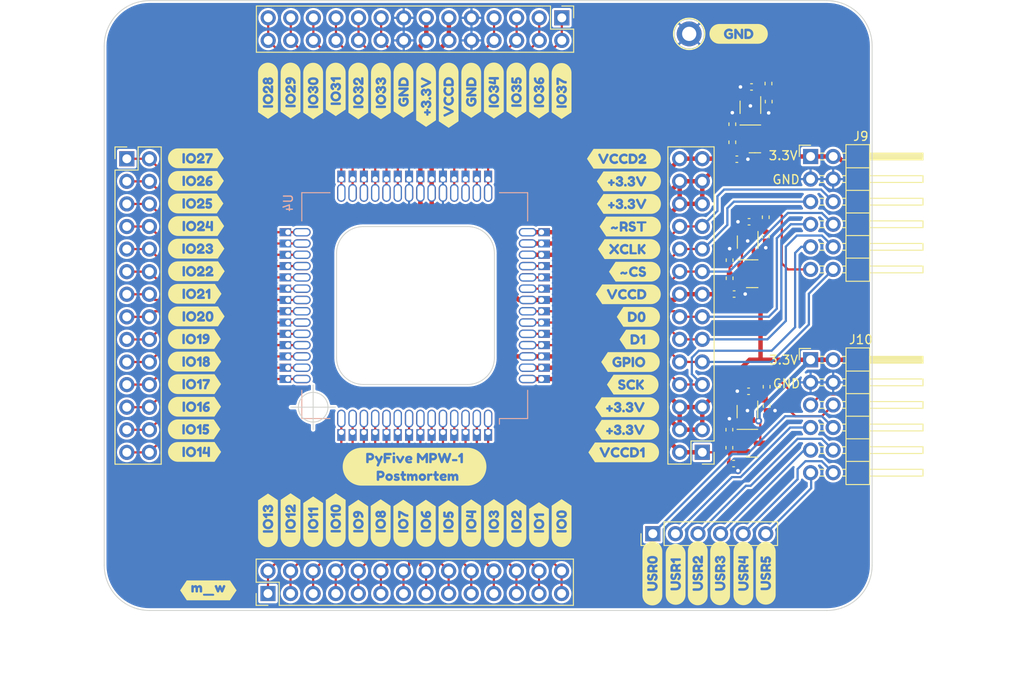
<source format=kicad_pcb>
(kicad_pcb (version 20211014) (generator pcbnew)
  (layers (0 "F.Cu" signal) (31 "B.Cu" signal) (34 "B.Paste" user) (35 "F.Paste" user) (36 "B.SilkS" user "B.Silkscreen") (37 "F.SilkS" user "F.Silkscreen") (38 "B.Mask" user) (39 "F.Mask" user) (44 "Edge.Cuts" user))
  (net 0 "")
  (net 1 "/IO37")
  (net 2 "/IO36")
  (net 3 "/IO35")
  (net 4 "/IO34")
  (net 5 "GND")
  (net 6 "/VCCD")
  (net 7 "+3V3")
  (net 8 "/IO33")
  (net 9 "/IO32")
  (net 10 "/IO31")
  (net 11 "/IO30")
  (net 12 "/IO29")
  (net 13 "/IO28")
  (net 14 "/IO27")
  (net 15 "/IO26")
  (net 16 "/IO25")
  (net 17 "/IO24")
  (net 18 "/IO23")
  (net 19 "/IO22")
  (net 20 "/IO21")
  (net 21 "/IO20")
  (net 22 "/IO19")
  (net 23 "/IO18")
  (net 24 "/IO17")
  (net 25 "/IO16")
  (net 26 "/IO15")
  (net 27 "/IO14")
  (net 28 "/IO13")
  (net 29 "/IO12")
  (net 30 "/IO11")
  (net 31 "/IO10")
  (net 32 "/IO9")
  (net 33 "/IO8")
  (net 34 "/IO7")
  (net 35 "/IO6")
  (net 36 "/IO5")
  (net 37 "/IO4")
  (net 38 "/IO3")
  (net 39 "/IO2")
  (net 40 "/IO1")
  (net 41 "/IO0")
  (net 42 "/VCCD1")
  (net 43 "/SCK")
  (net 44 "/GPIO")
  (net 45 "/D1")
  (net 46 "/D0")
  (net 47 "/~CS")
  (net 48 "/XCLK")
  (net 49 "/~RST")
  (net 50 "/VCCD2")
  (net 51 "Net-(C1-Pad1)")
  (net 52 "Net-(C2-Pad1)")
  (net 53 "Net-(C3-Pad1)")
  (net 54 "Net-(Q1-Pad1)")
  (net 55 "Net-(Q2-Pad1)")
  (net 56 "Net-(Q3-Pad1)")
  (net 57 "/VCCD_PDM")
  (net 58 "/VCCD1_PDM")
  (net 59 "/VCCD2_PDM")
  (net 60 "Net-(R7-Pad2)")
  (net 61 "Net-(R10-Pad1)")
  (net 62 "Net-(R11-Pad2)")
  (net 63 "/USR1")
  (net 64 "/USR0")
  (net 65 "/USR3")
  (net 66 "/USR2")
  (net 67 "/USR5")
  (net 68 "/USR4")
  (footprint "kibuzzard-61D39D9C" (layer "F.Cu") (at 193.802 93.98)
    (fp_text reference "kibuzzard-61D39D9C" hide)
    (fp_text value "G***" hide)
  )
  (footprint "kibuzzard-61D3A360" (layer "F.Cu") (at 165.735 63.5 90)
    (fp_text reference "kibuzzard-61D3A360" hide)
    (fp_text value "G***" hide)
  )
  (footprint "kibuzzard-61D39E43" (layer "F.Cu") (at 193.0654 71.12)
    (fp_text reference "kibuzzard-61D39E43" hide)
    (fp_text value "G***" hide)
  )
  (footprint "kibuzzard-61D39DC0" (layer "F.Cu") (at 193.6242 76.2)
    (fp_text reference "kibuzzard-61D39DC0" hide)
    (fp_text value "G***" hide)
  )
  (footprint "Resistor_SMD:R_0402_1005Metric" (layer "F.Cu") (at 209.3484 64.6938 -90)
    (fp_text reference "R6" hide)
    (fp_text value "10K")
  )
  (footprint "kibuzzard-61D3A2FF" (layer "F.Cu") (at 144.9324 71.0692)
    (fp_text reference "kibuzzard-61D3A2FF" hide)
    (fp_text value "G***" hide)
  )
  (footprint "kibuzzard-61D3A0CB" (layer "F.Cu") (at 144.7546 91.3892)
    (fp_text reference "kibuzzard-61D3A0CB" hide)
    (fp_text value "G***" hide)
  )
  (footprint "kibuzzard-61D3A32B" (layer "F.Cu") (at 153.035 63.4746 90)
    (fp_text reference "kibuzzard-61D3A32B" hide)
    (fp_text value "G***" hide)
  )
  (footprint "Resistor_SMD:R_0402_1005Metric" (layer "F.Cu") (at 205.2574 67.2338 90)
    (fp_text reference "R12" hide)
    (fp_text value "10K")
  )
  (footprint "kibuzzard-61D39FDA" (layer "F.Cu") (at 186.055 112.0902 90)
    (fp_text reference "kibuzzard-61D39FDA" hide)
    (fp_text value "G***" hide)
  )
  (footprint "Connector_PinHeader_2.54mm:PinHeader_2x14_P2.54mm_Vertical" (layer "F.Cu") (at 186.0804 55.2704 -90)
    (fp_text reference "J7" hide)
    (fp_text value "Conn_02x14_Odd_Even" hide)
  )
  (footprint "kibuzzard-61D3A02C" (layer "F.Cu") (at 170.7896 112.1156 90)
    (fp_text reference "kibuzzard-61D3A02C" hide)
    (fp_text value "G***" hide)
  )
  (footprint "Capacitor_SMD:C_0402_1005Metric" (layer "F.Cu") (at 207.1396 78.2066 180)
    (fp_text reference "C1" hide)
    (fp_text value "1uF")
  )
  (footprint "Resistor_SMD:R_0402_1005Metric" (layer "F.Cu") (at 209.0166 77.6966 -90)
    (fp_text reference "R1" hide)
    (fp_text value "10K")
  )
  (footprint "kibuzzard-61D39E22" (layer "F.Cu") (at 193.6496 81.28)
    (fp_text reference "kibuzzard-61D39E22" hide)
    (fp_text value "G***" hide)
  )
  (footprint "kibuzzard-61D401FF" (layer "F.Cu") (at 209.0166 117.729 90)
    (fp_text reference "kibuzzard-61D401FF" hide)
    (fp_text value "G***" hide)
  )
  (footprint "Connector_PinHeader_2.54mm:PinHeader_2x14_P2.54mm_Vertical" (layer "F.Cu") (at 153.035 120.015 90)
    (fp_text reference "J6" hide)
    (fp_text value "Conn_02x14_Odd_Even" hide)
  )
  (footprint "kibuzzard-61D4010F" (layer "F.Cu") (at 198.882 117.856 90)
    (fp_text reference "kibuzzard-61D4010F" hide)
    (fp_text value "G***" hide)
  )
  (footprint "Package_TO_SOT_SMD:SOT-353_SC-70-5" (layer "F.Cu") (at 206.9569 99.5578 -90)
    (fp_text reference "U2" hide)
    (fp_text value "TLV6001DCK")
  )
  (footprint "Resistor_SMD:R_0402_1005Metric" (layer "F.Cu") (at 209.1159 98.9228 -90)
    (fp_text reference "R5" hide)
    (fp_text value "10K")
  )
  (footprint "Package_TO_SOT_SMD:SOT-23" (layer "F.Cu") (at 207.7974 68.8848)
    (fp_text reference "Q3" hide)
    (fp_text value "MMBT3904")
  )
  (footprint "Connector_PinHeader_2.54mm:PinHeader_2x14_P2.54mm_Vertical" (layer "F.Cu") (at 201.8792 104.13 180)
    (fp_text reference "J8" hide)
    (fp_text value "Conn_02x14_Odd_Even")
  )
  (footprint "kibuzzard-61D3A338" (layer "F.Cu") (at 155.575 63.4492 90)
    (fp_text reference "kibuzzard-61D3A338" hide)
    (fp_text value "G***" hide)
  )
  (footprint "kibuzzard-61D39DC0" (layer "F.Cu") (at 193.421 99.06)
    (fp_text reference "kibuzzard-61D39DC0" hide)
    (fp_text value "G***" hide)
  )
  (footprint "kibuzzard-61D3A3D2" (layer "F.Cu") (at 175.895 63.4238 90)
    (fp_text reference "kibuzzard-61D3A3D2" hide)
    (fp_text value "G***" hide)
  )
  (footprint "kibuzzard-61D39E00" (layer "F.Cu") (at 193.548 86.36)
    (fp_text reference "kibuzzard-61D39E00" hide)
    (fp_text value "G***" hide)
  )
  (footprint "Package_TO_SOT_SMD:SOT-23" (layer "F.Cu") (at 207.4926 84.0486)
    (fp_text reference "Q1" hide)
    (fp_text value "MMBT3904")
  )
  (footprint "kibuzzard-61D3CE89" (layer "F.Cu") (at 146.3294 119.6594)
    (fp_text reference "kibuzzard-61D3CE89" hide)
    (fp_text value "G***" hide)
  )
  (footprint "kibuzzard-61D3A011" (layer "F.Cu") (at 175.895 112.0902 90)
    (fp_text reference "kibuzzard-61D3A011" hide)
    (fp_text value "G***" hide)
  )
  (footprint "Resistor_SMD:R_0402_1005Metric" (layer "F.Cu") (at 204.9526 82.5246 90)
    (fp_text reference "R8" hide)
    (fp_text value "10K")
  )
  (footprint "kibuzzard-61D3CE10" (layer "F.Cu") (at 169.5196 105.75)
    (fp_text reference "kibuzzard-61D3CE10" hide)
    (fp_text value "G***" hide)
  )
  (footprint "kibuzzard-61D3A0A1" (layer "F.Cu") (at 144.78 104.0892)
    (fp_text reference "kibuzzard-61D3A0A1" hide)
    (fp_text value "G***" hide)
  )
  (footprint "Package_TO_SOT_SMD:SOT-353_SC-70-5" (layer "F.Cu") (at 207.2894 65.3288 -90)
    (fp_text reference "U3" hide)
    (fp_text value "TLV6001DCK")
  )
  (footprint "kibuzzard-61D3A2C5" (layer "F.Cu") (at 144.8054 86.3092)
    (fp_text reference "kibuzzard-61D3A2C5" hide)
    (fp_text value "G***" hide)
  )
  (footprint "TestPoint:TestPoint_Keystone_5005-5009_Compact" (layer "F.Cu") (at 200.406 57.0738)
    (fp_text reference "TP1" hide)
    (fp_text value "TestPoint" hide)
  )
  (footprint "kibuzzard-61D3A397" (layer "F.Cu") (at 168.275 63.4238 90)
    (fp_text reference "kibuzzard-61D3A397" hide)
    (fp_text value "G***" hide)
  )
  (footprint "kibuzzard-61D3A36A" (layer "F.Cu") (at 178.435 63.4492 90)
    (fp_text reference "kibuzzard-61D3A36A" hide)
    (fp_text value "G***" hide)
  )
  (footprint "kibuzzard-61D3A04B" (layer "F.Cu") (at 165.7096 112.0902 90)
    (fp_text reference "kibuzzard-61D3A04B" hide)
    (fp_text value "G***" hide)
  )
  (footprint "kibuzzard-61D39DC0" (layer "F.Cu") (at 193.6242 73.66)
    (fp_text reference "kibuzzard-61D39DC0" hide)
    (fp_text value "G***" hide)
  )
  (footprint "Resistor_SMD:R_0402_1005Metric" (layer "F.Cu") (at 205.2574 69.2658 90)
    (fp_text reference "R11" hide)
    (fp_text value "10K")
  )
  (footprint "kibuzzard-61D4014A" (layer "F.Cu") (at 203.8858 117.729 90)
    (fp_text reference "kibuzzard-61D4014A" hide)
    (fp_text value "G***" hide)
  )
  (footprint "kibuzzard-61D401EF" (layer "F.Cu") (at 206.502 117.7544 90)
    (fp_text reference "kibuzzard-61D401EF" hide)
    (fp_text value "G***" hide)
  )
  (footprint "kibuzzard-61D3A0AB" (layer "F.Cu") (at 144.7292 101.5492)
    (fp_text reference "kibuzzard-61D3A0AB" hide)
    (fp_text value "G***" hide)
  )
  (footprint "Connector_PinHeader_2.54mm:PinHeader_1x06_P2.54mm_Vertical" (layer "F.Cu") (at 196.3166 113.284 90)
    (fp_text reference "J11" hide)
    (fp_text value "Conn_01x06" hide)
  )
  (footprint "Capacitor_SMD:C_0402_1005Metric" (layer "F.Cu") (at 205.4606 86.3346)
    (fp_text reference "C4" hide)
    (fp_text value "1uF")
  )
  (footprint "kibuzzard-61D39FEA" (layer "F.Cu") (at 183.515 112.268 90)
    (fp_text reference "kibuzzard-61D39FEA" hide)
    (fp_text value "G***" hide)
  )
  (footprint "kibuzzard-61D3A38A" (layer "F.Cu") (at 186.055 63.5 90)
    (fp_text reference "kibuzzard-61D3A38A" hide)
    (fp_text value "G***" hide)
  )
  (footprint "kibuzzard-61D3A2F7" (layer "F.Cu") (at 144.9324 73.6092)
    (fp_text reference "kibuzzard-61D3A2F7" hide)
    (fp_text value "G***" hide)
  )
  (footprint "Package_TO_SOT_SMD:SOT-353_SC-70-5" (layer "F.Cu") (at 206.9846 80.4926 -90)
    (fp_text reference "U1" hide)
    (fp_text value "TLV6001DCK")
  )
  (footprint "kibuzzard-61D3A2E7" (layer "F.Cu") (at 144.907 76.1492)
    (fp_text reference "kibuzzard-61D3A2E7" hide)
    (fp_text value "G***" hide)
  )
  (footprint "kibuzzard-61D39E2F" (layer "F.Cu") (at 193.7766 78.74)
    (fp_text reference "kibuzzard-61D39E2F" hide)
    (fp_text value "G***" hide)
  )
  (footprint "kibuzzard-61D39DAF" (layer "F.Cu") (at 193.04 104.14)
    (fp_text reference "kibuzzard-61D39DAF" hide)
    (fp_text value "G***" hide)
  )
  (footprint "kibuzzard-61D39DCB" (layer "F.Cu") (at 194.056 96.52)
    (fp_text reference "kibuzzard-61D39DCB" hide)
    (fp_text value "G***" hide)
  )
  (footprint "kibuzzard-61D3A2D7" (layer "F.Cu") (at 144.9578 81.2292)
    (fp_text reference "kibuzzard-61D3A2D7" hide)
    (fp_text value "G***" hide)
  )
  (footprint "kibuzzard-61D3A0B4" (layer "F.Cu") (at 144.78 99.0092)
    (fp_text reference "kibuzzard-61D3A0B4" hide)
    (fp_text value "G***" hide)
  )
  (footprint "Capacitor_SMD:C_0402_1005Metric" (layer "F.Cu") (at 205.7654 71.1708)
    (fp_text reference "C6" hide)
    (fp_text value "1uF")
  )
  (footprint "kibuzzard-61D3A092" (layer "F.Cu") (at 153.035 111.7854 90)
    (fp_text reference "kibuzzard-61D3A092" hide)
    (fp_text value "G***" hide)
  )
  (footprint "kibuzzard-61D39DE2" (layer "F.Cu") (at 194.818 91.44)
    (fp_text reference "kibuzzard-61D39DE2" hide)
    (fp_text value "G***" hide)
  )
  (footprint "kibuzzard-61D3A06E" (layer "F.Cu") (at 158.115 111.9378 90)
    (fp_text reference "kibuzzard-61D3A06E" hide)
    (fp_text value "G***" hide)
  )
  (footprint "Package_TO_SOT_SMD:SOT-23" (layer "F.Cu") (at 207.4649 103.1138)
    (fp_text reference "Q2" hide)
    (fp_text value "MMBT3904")
  )
  (footprint "kibuzzard-61D3A34D" (layer "F.Cu") (at 160.655 63.3222 90)
    (fp_text reference "kibuzzard-61D3A34D" hide)
    (fp_text value "G***" hide)
  )
  (footprint "kibuzzard-61D3A001" (layer "F.Cu") (at 178.435 112.0902 90)
    (fp_text reference "kibuzzard-61D3A001" hide)
    (fp_text value "G***" hide)
  )
  (footprint "Resistor_SMD:R_0402_1005Metric" (layer "F.Cu") (at 209.3214 62.6618 -90)
    (fp_text reference "R3" hide)
    (fp_text value "10K")
  )
  (footprint "Connector_PinHeader_2.54mm:PinHeader_2x06_P2.54mm_Horizontal" (layer "F.Cu") (at 214.06 70.866)
    (fp_text reference "J9")
    (fp_text value "Conn_02x06_Odd_Even" hide)
  )
  (footprint "kibuzzard-61D40313" (layer "F.Cu") (at 205.9686 57.0738)
    (fp_text reference "kibuzzard-61D40313" hide)
    (fp_text value "G***" hide)
  )
  (footprint "Capacitor_SMD:C_0402_1005Metric" (layer "F.Cu") (at 207.4164 63.0428 180)
    (fp_text reference "C3" hide)
    (fp_text value "1uF")
  )
  (footprint "kibuzzard-61D3A055" (layer "F.Cu") (at 163.195 112.1156 90)
    (fp_text reference "kibuzzard-61D3A055" hide)
    (fp_text value "G***" hide)
  )
  (footprint "Capacitor_SMD:C_0402_1005Metric" (layer "F.Cu") (at 207.0839 97.2718 180)
    (fp_text reference "C2" hide)
    (fp_text value "1uF")
  )
  (footprint "Connector_PinHeader_2.54mm:PinHeader_2x06_P2.54mm_Horizontal" (layer "F.Cu") (at 214.06 93.726)
    (fp_text reference "J10")
    (fp_text value "Conn_02x06_Odd_Even" hide)
  )
  (footprint "kibuzzard-61D39E13" (layer "F.Cu") (at 194.2846 83.82)
    (fp_text reference "kibuzzard-61D39E13" hide)
    (fp_text value "G***" hide)
  )
  (footprint "kibuzzard-61D3A061" (layer "F.Cu") (at 160.655 111.76 90)
    (fp_text reference "kibuzzard-61D3A061" hide)
    (fp_text value "G***" hide)
  )
  (footprint "kibuzzard-61D3A022" (layer "F.Cu") (at 173.3296 112.141 90)
    (fp_text reference "kibuzzard-61D3A022" hide)
    (fp_text value "G***" hide)
  )
  (footprint "kibuzzard-61D39DC0" (layer "F.Cu") (at 193.421 101.6)
    (fp_text reference "kibuzzard-61D39DC0" hide)
    (fp_text value "G***" hide)
  )
  (footprint "Connector_PinHeader_2.54mm:PinHeader_2x14_P2.54mm_Vertical" (layer "F.Cu") (at 137.16 71.12)
    (fp_text reference "J5" hide)
    (fp_text value "Conn_02x14_Odd_Even" hide)
  )
  (footprint "kibuzzard-61D3A2CC" (layer "F.Cu") (at 144.9832 83.7692)
    (fp_text reference "kibuzzard-61D3A2CC" hide)
    (fp_text value "G***" hide)
  )
  (footprint "kibuzzard-61D3A086" (layer "F.Cu") (at 155.575 111.76 90)
    (fp_text reference "kibuzzard-61D3A086" hide)
    (fp_text value "G***" hide)
  )
  (footprint "Resistor_SMD:R_0402_1005Metric" (layer "F.Cu") (at 209.1159 96.7638 -90)
    (fp_text reference "R2" hide)
    (fp_text value "10K")
  )
  (footprint "kibuzzard-61D3A357" (layer "F.Cu") (at 163.195 63.5 90)
    (fp_text reference "kibuzzard-61D3A357" hide)
    (fp_text value "G***" hide)
  )
  (footprint "kibuzzard-61D400CC" (layer "F.Cu") (at 196.2658 117.7544 90)
    (fp_text reference "kibuzzard-61D400CC" hide)
    (fp_text value "G***" hide)
  )
  (footprint "Capacitor_SMD:C_0402_1005Metric" (layer "F.Cu") (at 205.4049 105.3998)
    (fp_text reference "C5" hide)
    (fp_text value "1uF")
  )
  (footprint "kibuzzard-61D3A343" (layer "F.Cu") (at 158.115 63.5 90)
    (fp_text reference "kibuzzard-61D3A343" hide)
    (fp_text value "G***" hide)
  )
  (footprint "kibuzzard-61D3A0BC" (layer "F.Cu") (at 144.78 96.4692)
    (fp_text reference "kibuzzard-61D3A0BC" hide)
    (fp_text value "G***" hide)
  )
  (footprint "kibuzzard-61D3A3B7" (layer "F.Cu") (at 173.355 63.9826 90)
    (fp_text reference "kibuzzard-61D3A3B7" hide)
    (fp_text value "G***" hide)
  )
  (footprint "Resistor_SMD:R_0402_1005Metric" (layer "F.Cu") (at 209.0166 79.8596 -90)
    (fp_text reference "R4" hide)
    (fp_text value "10K")
  )
  (footprint "kibuzzard-61D3A2BD" (layer "F.Cu") (at 144.9832 88.8492)
    (fp_text reference "kibuzzard-61D3A2BD" hide)
    (fp_text value "G***" hide)
  )
  (footprint "kibuzzard-61D3A2DF" (layer "F.Cu") (at 144.9578 78.6892)
    (fp_text reference "kibuzzard-61D3A2DF" hide)
    (fp_text value "G***" hide)
  )
  (footprint "kibuzzard-61D39FF5" (layer "F.Cu") (at 180.975 112.0902 90)
    (fp_text reference "kibuzzard-61D39FF5" hide)
    (fp_text value "G***" hide)
  )
  (footprint "kibuzzard-61D39DF2" (layer "F.Cu") (at 194.691 88.9)
    (fp_text reference "kibuzzard-61D39DF2" hide)
    (fp_text value "G***" hide)
  )
  (footprint "kibuzzard-61D3A377" (layer "F.Cu") (at 180.975 63.4238 90)
    (fp_text reference "kibuzzard-61D3A377" hide)
    (fp_text value "G***" hide)
  )
  (footprint "kibuzzard-61D3A382" (layer "F.Cu") (at 183.515 63.4492 90)
    (fp_text reference "kibuzzard-61D3A382" hide)
    (fp_text value "G***" hide)
  )
  (footprint "kibuzzard-61D3A3A4" (layer "F.Cu") (at 170.815 63.9318 90)
    (fp_text reference "kibuzzard-61D3A3A4" hide)
    (fp_text value "G***" hide)
  )
  (footprint "kibuzzard-61D3A0C4" (layer "F.Cu") (at 144.78 93.9292)
    (fp_text reference "kibuzzard-61D3A0C4" hide)
    (fp_text value "G***" hide)
  )
  (footprint "kibuzzard-61D40135" (layer "F.Cu") (at 201.3712 117.729 90)
    (fp_text reference "kibuzzard-61D40135" hide)
    (fp_text value "G***" hide)
  )
  (footprint "Resistor_SMD:R_0402_1005Metric" (layer "F.Cu") (at 204.9249 103.6218 90)
    (fp_text reference "R9" hide)
    (fp_text value "10K")
  )
  (footprint "Resistor_SMD:R_0402_1005Metric" (layer "F.Cu") (at 204.9249 101.5898 90)
    (fp_text reference "R10" hide)
    (fp_text value "10K")
  )
  (footprint "kibuzzard-61D3A034" (layer "F.Cu") (at 168.2496 112.1156 90)
    (fp_text reference "kibuzzard-61D3A034" hide)
    (fp_text value "G***" hide)
  )
  (footprint "Resistor_SMD:R_0402_1005Metric" (layer "F.Cu") (at 204.9526 84.5566 90)
    (fp_text reference "R7" hide)
    (fp_text value "10K")
  )
  (footprint "Caravel_Board:caravel_breakout_flexy" (layer "B.Cu") (at 169.545 87.635 -90)
    (fp_text reference "U4")
    (fp_text value "caravel_breakout")
  )
  (gr_line (start 139.7 121.92) (end 215.9 121.92) (layer "Edge.Cuts") (width 0.1))
  (gr_arc (start 175.5 78.75) (mid 177.62132 79.62868) (end 178.5 81.75) (layer "Edge.Cuts") (width 0.1))
  (gr_arc (start 220.98 116.84) (mid 219.492102 120.432102) (end 215.9 121.92) (layer "Edge.Cuts") (width 0.1))
  (gr_arc (start 160.75 81.75) (mid 161.62868 79.62868) (end 163.75 78.75) (layer "Edge.Cuts") (width 0.1))
  (gr_line (start 134.62 58.42) (end 134.62 116.84) (layer "Edge.Cuts") (width 0.1))
  (gr_arc (start 163.75 96.5) (mid 161.62868 95.62132) (end 160.75 93.5) (layer "Edge.Cuts") (width 0.1))
  (gr_arc (start 215.9 53.34) (mid 219.492102 54.827898) (end 220.98 58.42) (layer "Edge.Cuts") (width 0.1))
  (gr_line (start 163.75 78.75) (end 175.5 78.75) (layer "Edge.Cuts") (width 0.1))
  (gr_line (start 175.5 96.5) (end 163.75 96.5) (layer "Edge.Cuts") (width 0.1))
  (gr_arc (start 178.5 93.5) (mid 177.62132 95.62132) (end 175.5 96.5) (layer "Edge.Cuts") (width 0.1))
  (gr_line (start 160.75 93.5) (end 160.75 81.75) (layer "Edge.Cuts") (width 0.1))
  (gr_line (start 178.5 81.75) (end 178.5 93.5) (layer "Edge.Cuts") (width 0.1))
  (gr_arc (start 139.7 121.92) (mid 136.107898 120.432102) (end 134.62 116.84) (layer "Edge.Cuts") (width 0.1))
  (gr_line (start 220.98 116.84) (end 220.98 58.42) (layer "Edge.Cuts") (width 0.1))
  (gr_arc (start 134.62 58.42) (mid 136.107898 54.827898) (end 139.7 53.34) (layer "Edge.Cuts") (width 0.1))
  (gr_line (start 215.9 53.34) (end 139.7 53.34) (layer "Edge.Cuts") (width 0.1))
  (gr_text "3.3V" (at 210.9724 70.7644) (layer "F.SilkS") (effects (font (size 1 1))))
  (gr_text "3.3V" (at 211.0232 93.7514) (layer "F.SilkS") (effects (font (size 1 1))))
  (gr_text "GND" (at 211.3026 73.4568) (layer "F.SilkS") (effects (font (size 1 1))))
  (gr_text "GND" (at 211.3534 96.4184) (layer "F.SilkS") (effects (font (size 1 1))))
  (target plus (at 158.115 99.06) (size 5) (width 0.1) (layer "Edge.Cuts"))
  (segment (start 177.793 74.961) (end 177.793 66.0545) (width 0.25) (layer "F.Cu") (net 1))
  (segment (start 186.0804 57.8104) (end 186.0804 55.2704) (width 0.25) (layer "F.Cu") (net 1))
  (segment (start 177.793 66.0545) (end 186.06 57.7875) (width 0.25) (layer "F.Cu") (net 1))
  (segment (start 176.523 74.961) (end 176.523 64.7845) (width 0.25) (layer "F.Cu") (net 2))
  (segment (start 183.5404 57.8104) (end 183.5404 55.2704) (width 0.25) (layer "F.Cu") (net 2))
  (segment (start 176.523 64.7845) (end 183.52 57.7875) (width 0.25) (layer "F.Cu") (net 2))
  (segment (start 181.0004 57.8104) (end 181.0004 55.2704) (width 0.25) (layer "F.Cu") (net 3))
  (segment (start 175.253 63.5145) (end 180.98 57.7875) (width 0.25) (layer "F.Cu") (net 3))
  (segment (start 175.253 74.961) (end 175.253 63.5145) (width 0.25) (layer "F.Cu") (net 3))
  (segment (start 173.983 74.961) (end 173.983 62.2445) (width 0.25) (layer "F.Cu") (net 4))
  (segment (start 178.4604 57.8104) (end 178.4604 55.2704) (width 0.25) (layer "F.Cu") (net 4))
  (segment (start 173.983 62.2445) (end 178.44 57.7875) (width 0.25) (layer "F.Cu") (net 4))
  (segment (start 204.9249 101.0798) (end 204.9249 100.3577) (width 0.25) (layer "F.Cu") (net 5))
  (segment (start 209.3484 65.9622) (end 209.3468 65.9638) (width 0.25) (layer "F.Cu") (net 5))
  (segment (start 209.3484 65.2038) (end 209.3484 65.9622) (width 0.25) (layer "F.Cu") (net 5))
  (segment (start 207.2894 64.3788) (end 207.2894 65.1764) (width 0.25) (layer "F.Cu") (net 5))
  (segment (start 205.8849 106.1899) (end 205.8924 106.1974) (width 0.25) (layer "F.Cu") (net 5))
  (segment (start 206.9569 99.4387) (end 206.9592 99.441) (width 0.25) (layer "F.Cu") (net 5))
  (segment (start 205.8314 97.2718) (end 205.8162 97.2566) (width 0.25) (layer "F.Cu") (net 5))
  (segment (start 205.2574 66.7238) (end 205.2574 65.9384) (width 0.25) (layer "F.Cu") (net 5))
  (segment (start 210.058 99.441) (end 209.1241 99.441) (width 0.25) (layer "F.Cu") (net 5))
  (segment (start 205.8924 78.2066) (end 206.6596 78.2066) (width 0.25) (layer "F.Cu") (net 5))
  (segment (start 205.9406 86.3346) (end 206.7052 86.3346) (width 0.25) (layer "F.Cu") (net 5))
  (segment (start 206.9569 98.6078) (end 206.9569 99.4387) (width 0.25) (layer "F.Cu") (net 5))
  (segment (start 204.9249 100.3577) (end 204.9272 100.3554) (width 0.25) (layer "F.Cu") (net 5))
  (segment (start 204.9526 81.2292) (end 204.9526 82.0146) (width 0.25) (layer "F.Cu") (net 5))
  (segment (start 206.6039 97.2718) (end 205.8314 97.2718) (width 0.25) (layer "F.Cu") (net 5))
  (segment (start 206.9364 63.0428) (end 206.1718 63.0428) (width 0.25) (layer "F.Cu") (net 5))
  (segment (start 209.0166 80.3696) (end 209.0166 81.1276) (width 0.25) (layer "F.Cu") (net 5))
  (segment (start 209.1241 99.441) (end 209.1159 99.4328) (width 0.25) (layer "F.Cu") (net 5))
  (segment (start 207.01 71.1708) (end 206.2454 71.1708) (width 0.25) (layer "F.Cu") (net 5))
  (segment (start 205.8849 105.3998) (end 205.8849 106.1899) (width 0.25) (layer "F.Cu") (net 5))
  (segment (start 206.9846 79.5426) (end 206.9846 80.3656) (width 0.25) (layer "F.Cu") (net 5))
  (via (at 207.2894 65.1764) (size 0.8) (drill 0.4) (layers "F.Cu" "B.Cu") (net 5))
  (via (at 206.9846 80.3656) (size 0.8) (drill 0.4) (layers "F.Cu" "B.Cu") (net 5))
  (via (at 209.0166 81.1276) (size 0.8) (drill 0.4) (layers "F.Cu" "B.Cu") (net 5))
  (via (at 206.9592 99.441) (size 0.8) (drill 0.4) (layers "F.Cu" "B.Cu") (net 5))
  (via (at 205.8924 78.2066) (size 0.8) (drill 0.4) (layers "F.Cu" "B.Cu") (net 5))
  (via (at 210.058 99.441) (size 0.8) (drill 0.4) (layers "F.Cu" "B.Cu") (net 5))
  (via (at 204.9272 100.3554) (size 0.8) (drill 0.4) (layers "F.Cu" "B.Cu") (net 5))
  (via (at 205.2574 65.9384) (size 0.8) (drill 0.4) (layers "F.Cu" "B.Cu") (net 5))
  (via (at 209.3468 65.9638) (size 0.8) (drill 0.4) (layers "F.Cu" "B.Cu") (net 5))
  (via (at 205.8162 97.2566) (size 0.8) (drill 0.4) (layers "F.Cu" "B.Cu") (net 5))
  (via (at 205.8924 106.1974) (size 0.8) (drill 0.4) (layers "F.Cu" "B.Cu") (net 5))
  (via (at 206.1718 63.0428) (size 0.8) (drill 0.4) (layers "F.Cu" "B.Cu") (net 5))
  (via (at 207.01 71.1708) (size 0.8) (drill 0.4) (layers "F.Cu" "B.Cu") (net 5))
  (via (at 206.7052 86.3346) (size 0.8) (drill 0.4) (layers "F.Cu" "B.Cu") (net 5))
  (via (at 204.9526 81.2292) (size 0.8) (drill 0.4) (layers "F.Cu" "B.Cu") (net 5))
  (segment (start 204.9652 86.35) (end 201.8792 86.35) (width 0.5) (layer "F.Cu") (net 6))
  (segment (start 172 76.75) (end 179.25 76.75) (width 0.5) (layer "F.Cu") (net 6))
  (segment (start 199.3392 86.35) (end 198.7575 86.9317) (width 0.5) (layer "F.Cu") (net 6))
  (segment (start 180.5 86.25) (end 181.25 87) (width 0.5) (layer "F.Cu") (net 6))
  (segment (start 205.0206 84.9986) (end 204.9526 85.0666) (width 0.25) (layer "F.Cu") (net 6))
  (segment (start 199.3392 86.35) (end 201.8792 86.35) (width 0.5) (layer "F.Cu") (net 6))
  (segment (start 171.443 74.961) (end 171.443 76.193) (width 0.5) (layer "F.Cu") (net 6))
  (segment (start 204.9806 86.3346) (end 204.9806 85.0946) (width 0.25) (layer "F.Cu") (net 6))
  (segment (start 204.9806 86.3346) (end 204.9652 86.35) (width 0.25) (layer "F.Cu") (net 6))
  (segment (start 181.25 87) (end 182.238 87) (width 0.5) (layer "F.Cu") (net 6))
  (segment (start 206.5551 84.9986) (end 205.0206 84.9986) (width 0.25) (layer "F.Cu") (net 6))
  (segment (start 198.7575 86.9317) (end 198.7575 86.995) (width 0.25) (layer "F.Cu") (net 6))
  (segment (start 179.25 76.75) (end 180.5 78) (width 0.5) (layer "F.Cu") (net 6))
  (segment (start 182.238 87) (end 198.75 87) (width 0.5) (layer "F.Cu") (net 6))
  (segment (start 171.443 76.193) (end 172 76.75) (width 0.5) (layer "F.Cu") (net 6))
  (segment (start 180.5 78) (end 180.5 86.25) (width 0.5) (layer "F.Cu") (net 6))
  (segment (start 204.9806 85.0946) (end 204.9526 85.0666) (width 0.25) (layer "F.Cu") (net 6))
  (segment (start 171.443 59.7045) (end 173.36 57.7875) (width 0.5) (layer "F.Cu") (net 6))
  (segment (start 171.443 74.961) (end 171.443 59.7045) (width 0.5) (layer "F.Cu") (net 6))
  (segment (start 173.3804 57.8104) (end 173.3804 55.2704) (width 0.5) (layer "F.Cu") (net 6))
  (segment (start 192.3925 94.62) (end 192.3975 94.615) (width 0.25) (layer "F.Cu") (net 7))
  (segment (start 193.6625 93.35) (end 193.6675 93.345) (width 0.25) (layer "F.Cu") (net 7))
  (segment (start 208.274 93.726) (end 210.1596 93.726) (width 0.5) (layer "F.Cu") (net 7))
  (segment (start 182.238 93.35) (end 193.6625 93.35) (width 0.5) (layer "F.Cu") (net 7))
  (segment (start 193.6725 81.92) (end 199.3875 76.205) (width 0.5) (layer "F.Cu") (net 7))
  (segment (start 217.116 70.866) (end 218.75 72.5) (width 0.5) (layer "F.Cu") (net 7))
  (segment (start 214.06 70.866) (end 216.6 70.866) (width 0.5) (layer "F.Cu") (net 7))
  (segment (start 170.173 74.961) (end 170.173 58.4345) (width 0.5) (layer "F.Cu") (net 7))
  (segment (start 214.06 93.726) (end 216.726 93.726) (width 0.5) (layer "F.Cu") (net 7))
  (segment (start 179.75 78.375) (end 178.875 77.5) (width 0.5) (layer "F.Cu") (net 7))
  (segment (start 208.208287 100.591197) (end 207.690297 100.591197) (width 0.25) (layer "F.Cu") (net 7))
  (segment (start 199.3392 101.59) (end 201.8792 101.59) (width 0.5) (layer "F.Cu") (net 7))
  (segment (start 217.726 93.726) (end 216.6 93.726) (width 0.5) (layer "F.Cu") (net 7))
  (segment (start 210.1596 93.726) (end 214.06 93.726) (width 0.5) (layer "F.Cu") (net 7))
  (segment (start 199.3392 99.05) (end 199.3392 101.59) (width 0.5) (layer "F.Cu") (net 7))
  (segment (start 201.8792 101.59) (end 201.8792 99.05) (width 0.5) (layer "F.Cu") (net 7))
  (segment (start 199.3392 99.05) (end 201.8792 99.05) (width 0.5) (layer "F.Cu") (net 7))
  (segment (start 218.75 72.5) (end 218.75 92.702) (width 0.5) (layer "F.Cu") (net 7))
  (segment (start 208.208287 100.591197) (end 208.4024 100.78531) (width 0.25) (layer "F.Cu") (net 7))
  (segment (start 207.9394 66.4106) (end 207.9394 66.2788) (width 0.25) (layer "F.Cu") (net 7))
  (segment (start 208.4301 84.0486) (end 208.4301 82.3699) (width 0.25) (layer "F.Cu") (net 7))
  (segment (start 192.4075 80.645) (end 199.3875 73.665) (width 0.5) (layer "F.Cu") (net 7))
  (segment (start 170.173 76.173) (end 170.173 74.961) (width 0.5) (layer "F.Cu") (net 7))
  (segment (start 210.884 70.866) (end 209.25 72.5) (width 0.5) (layer "F.Cu") (net 7))
  (segment (start 180.5 87.375) (end 179.75 86.625) (width 0.5) (layer "F.Cu") (net 7))
  (segment (start 208.7349 67.2061) (end 207.9394 66.4106) (width 0.25) (layer "F.Cu") (net 7))
  (segment (start 170.7971 57.8104) (end 170.8404 57.8104) (width 0.25) (layer "F.Cu") (net 7))
  (segment (start 199.3392 73.65) (end 201.8792 73.65) (width 0.5) (layer "F.Cu") (net 7))
  (segment (start 218.75 92.702) (end 217.726 93.726) (width 0.5) (layer "F.Cu") (net 7))
  (segment (start 182.238 93.35) (end 180.85 93.35) (width 0.5) (layer "F.Cu") (net 7))
  (segment (start 201.8792 73.65) (end 201.8792 76.19) (width 0.5) (layer "F.Cu") (net 7))
  (segment (start 170.8404 57.8104) (end 170.8404 55.2704) (width 0.5) (layer "F.Cu") (net 7))
  (segment (start 171.5 77.5) (end 170.173 76.173) (width 0.5) (layer "F.Cu") (net 7))
  (segment (start 178.875 77.5) (end 171.5 77.5) (width 0.5) (layer "F.Cu") (net 7))
  (segment (start 208.4024 100.78531) (end 208.4024 103.1138) (width 0.25) (layer "F.Cu") (net 7))
  (segment (start 182.238 94.62) (end 192.3925 94.62) (width 0.5) (layer "F.Cu") (net 7))
  (segment (start 214.06 70.866) (end 210.884 70.866) (width 0.5) (layer "F.Cu") (net 7))
  (segment (start 182.238 81.92) (end 193.6725 81.92) (width 0.5) (layer "F.Cu") (net 7))
  (segment (start 208.4301 82.3699) (end 207.6346 81.5744) (width 0.25) (layer "F.Cu") (net 7))
  (segment (start 208.4301 84.0486) (end 208.4301 93.5699) (width 0.5) (layer "F.Cu") (net 7))
  (segment (start 180.85 93.35) (end 180.5 93) (width 0.5) (layer "F.Cu") (net 7))
  (segment (start 207.6346 81.5744) (end 207.6346 81.4426) (width 0.25) (layer "F.Cu") (net 7))
  (segment (start 201.8792 99.05) (end 207.2032 93.726) (width 0.5) (layer "F.Cu") (net 7))
  (segment (start 193.6675 93.345) (end 199.3875 99.065) (width 0.5) (layer "F.Cu") (net 7))
  (segment (start 192.3975 94.615) (end 199.3875 101.605) (width 0.5) (layer "F.Cu") (net 7))
  (segment (start 208.4301 93.5699) (end 208.274 93.726) (width 0.5) (layer "F.Cu") (net 7))
  (segment (start 207.690297 100.591197) (end 207.6069 100.5078) (width 0.25) (layer "F.Cu") (net 7))
  (segment (start 203.0292 72.5) (end 201.8792 73.65) (width 0.5) (layer "F.Cu") (net 7))
  (segment (start 170.173 58.4345) (end 170.7971 57.8104) (width 0.5) (layer "F.Cu") (net 7))
  (segment (start 182.238 80.65) (end 192.4 80.65) (width 0.5) (layer "F.Cu") (net 7))
  (segment (start 179.75 86.625) (end 179.75 78.375) (width 0.5) (layer "F.Cu") (net 7))
  (segment (start 199.3392 76.19) (end 201.8792 76.19) (width 0.5) (layer "F.Cu") (net 7))
  (segment (start 210.7161 70.866) (end 210.884 70.866) (width 0.25) (layer "F.Cu") (net 7))
  (segment (start 207.2032 93.726) (end 208.274 93.726) (width 0.5) (layer "F.Cu") (net 7))
  (segment (start 208.7349 68.8848) (end 210.7161 70.866) (width 0.5) (layer "F.Cu") (net 7))
  (segment (start 199.3392 73.65) (end 199.3392 76.19) (width 0.5) (layer "F.Cu") (net 7))
  (segment (start 216.6 70.866) (end 217.116 70.866) (width 0.5) (layer "F.Cu") (net 7))
  (segment (start 208.7349 68.8848) (end 208.7349 67.2061) (width 0.25) (layer "F.Cu") (net 7))
  (segment (start 180.5 93) (end 180.5 87.375) (width 0.5) (layer "F.Cu") (net 7))
  (segment (start 209.25 72.5) (end 203.0292 72.5) (width 0.5) (layer "F.Cu") (net 7))
  (via (at 208.208287 100.591197) (size 0.8) (drill 0.4) (layers "F.Cu" "B.Cu") (net 7))
  (segment (start 208.208287 99.577713) (end 208.208287 100.591197) (width 0.5) (layer "B.Cu") (net 7))
  (segment (start 214.06 93.726) (end 208.208287 99.577713) (width 0.5) (layer "B.Cu") (net 7))
  (segment (start 167.633 74.961) (end 167.633 59.6945) (width 0.25) (layer "F.Cu") (net 8))
  (segment (start 165.7604 55.2704) (end 165.7604 57.8104) (width 0.25) (layer "F.Cu") (net 8))
  (segment (start 167.64 59.6875) (end 165.74 57.7875) (width 0.25) (layer "F.Cu") (net 8))
  (segment (start 167.633 59.6945) (end 167.64 59.6875) (width 0.25) (layer "F.Cu") (net 8))
  (segment (start 166.37 60.9575) (end 163.2 57.7875) (width 0.25) (layer "F.Cu") (net 9))
  (segment (start 166.363 74.961) (end 166.363 60.9645) (width 0.25) (layer "F.Cu") (net 9))
  (segment (start 166.363 60.9645) (end 166.37 60.9575) (width 0.25) (layer "F.Cu") (net 9))
  (segment (start 163.2204 55.2704) (end 163.2204 57.8104) (width 0.25) (layer "F.Cu") (net 9))
  (segment (start 160.6804 55.2704) (end 160.6804 57.8104) (width 0.25) (layer "F.Cu") (net 10))
  (segment (start 165.093 74.961) (end 165.1 74.954) (width 0.25) (layer "F.Cu") (net 10))
  (segment (start 165.1 62.2275) (end 160.66 57.7875) (width 0.25) (layer "F.Cu") (net 10))
  (segment (start 165.1 74.954) (end 165.1 62.2275) (width 0.25) (layer "F.Cu") (net 10))
  (segment (start 163.79125 63.45875) (end 158.12 57.7875) (width 0.25) (layer "F.Cu") (net 11))
  (segment (start 163.79125 63.45875) (end 163.83 63.4975) (width 0.25) (layer "F.Cu") (net 11))
  (segment (start 163.823 74.961) (end 163.823 63.4905) (width 0.25) (layer "F.Cu") (net 11))
  (segment (start 158.1404 55.2704) (end 158.1404 57.8104) (width 0.25) (layer "F.Cu") (net 11))
  (segment (start 155.6004 55.2704) (end 155.6004 57.8104) (width 0.25) (layer "F.Cu") (net 12))
  (segment (start 162.553 74.961) (end 162.553 64.7745) (width 0.25) (layer "F.Cu") (net 12))
  (segment (start 162.56 64.7675) (end 155.58 57.7875) (width 0.25) (layer "F.Cu") (net 12))
  (segment (start 162.553 64.7745) (end 162.56 64.7675) (width 0.25) (layer "F.Cu") (net 12))
  (segment (start 153.0604 55.2704) (end 153.0604 57.8104) (width 0.25) (layer "F.Cu") (net 13))
  (segment (start 161.29 66.0375) (end 153.04 57.7875) (width 0.25) (layer "F.Cu") (net 13))
  (segment (start 161.283 74.961) (end 161.283 66.0445) (width 0.25) (layer "F.Cu") (net 13))
  (segment (start 161.283 66.0445) (end 161.29 66.0375) (width 0.25) (layer "F.Cu") (net 13))
  (segment (start 147.96 79.38) (end 139.7 71.12) (width 0.25) (layer "F.Cu") (net 14))
  (segment (start 156.838 79.38) (end 147.96 79.38) (width 0.25) (layer "F.Cu") (net 14))
  (segment (start 137.16 71.12) (end 139.7 71.12) (width 0.25) (layer "F.Cu") (net 14))
  (segment (start 137.16 73.66) (end 139.7 73.66) (width 0.25) (layer "F.Cu") (net 15))
  (segment (start 156.838 80.65) (end 146.69 80.65) (width 0.25) (layer "F.Cu") (net 15))
  (segment (start 146.69 80.65) (end 139.7 73.66) (width 0.25) (layer "F.Cu") (net 15))
  (segment (start 156.838 81.92) (end 145.42 81.92) (width 0.25) (layer "F.Cu") (net 16))
  (segment (start 145.42 81.92) (end 139.7 76.2) (width 0.25) (layer "F.Cu") (net 16))
  (segment (start 137.16 76.2) (end 139.7 76.2) (width 0.25) (layer "F.Cu") (net 16))
  (segment (start 144.15 83.19) (end 139.7 78.74) (width 0.25) (layer "F.Cu") (net 17))
  (segment (start 137.16 78.74) (end 139.7 78.74) (width 0.25) (layer "F.Cu") (net 17))
  (segment (start 156.838 83.19) (end 144.15 83.19) (width 0.25) (layer "F.Cu") (net 17))
  (segment (start 142.88 84.46) (end 139.7 81.28) (width 0.25) (layer "F.Cu") (net 18))
  (segment (start 156.838 84.46) (end 142.88 84.46) (width 0.25) (layer "F.Cu") (net 18))
  (segment (start 137.16 81.28) (end 139.7 81.28) (width 0.25) (layer "F.Cu") (net 18))
  (segment (start 137.16 83.82) (end 139.7 83.82) (width 0.25) (layer "F.Cu") (net 19))
  (segment (start 156.838 85.73) (end 141.61 85.73) (width 0.25) (layer "F.Cu") (net 19))
  (segment (start 141.61 85.73) (end 139.7 83.82) (width 0.25) (layer "F.Cu") (net 19))
  (segment (start 156.838 87) (end 140.34 87) (width 0.25) (layer "F.Cu") (net 20))
  (segment (start 140.34 87) (end 139.7 86.36) (width 0.25) (layer "F.Cu") (net 20))
  (segment (start 137.16 86.36) (end 139.7 86.36) (width 0.25) (layer "F.Cu") (net 20))
  (segment (start 156.838 88.27) (end 140.33 88.27) (width 0.25) (layer "F.Cu") (net 21))
  (segment (start 137.16 88.9) (end 139.7 88.9) (width 0.25) (layer "F.Cu") (net 21))
  (segment (start 140.33 88.27) (end 139.7 88.9) (width 0.25) (layer "F.Cu") (net 21))
  (segment (start 141.6 89.54) (end 139.7 91.44) (width 0.25) (layer "F.Cu") (net 22))
  (segment (start 137.16 91.44) (end 139.7 91.44) (width 0.25) (layer "F.Cu") (net 22))
  (segment (start 156.838 89.54) (end 141.6 89.54) (width 0.25) (layer "F.Cu") (net 22))
  (segment (start 142.87 90.81) (end 139.7 93.98) (width 0.25) (layer "F.Cu") (net 23))
  (segment (start 156.838 90.81) (end 142.87 90.81) (width 0.25) (layer "F.Cu") (net 23))
  (segment (start 137.16 93.98) (end 139.7 93.98) (width 0.25) (layer "F.Cu") (net 23))
  (segment (start 156.838 92.08) (end 144.14 92.08) (width 0.25) (layer "F.Cu") (net 24))
  (segment (start 137.16 96.52) (end 139.7 96.52) (width 0.25) (layer "F.Cu") (net 24))
  (segment (start 144.14 92.08) (end 139.7 96.52) (width 0.25) (layer "F.Cu") (net 24))
  (segment (start 137.16 99.06) (end 139.7 99.06) (width 0.25) (layer "F.Cu") (net 25))
  (segment (start 145.41 93.35) (end 139.7 99.06) (width 0.25) (layer "F.Cu") (net 25))
  (segment (start 156.838 93.35) (end 145.41 93.35) (width 0.25) (layer "F.Cu") (net 25))
  (segment (start 137.16 101.6) (end 139.7 101.6) (width 0.25) (layer "F.Cu") (net 26))
  (segment (start 146.68 94.62) (end 139.7 101.6) (width 0.25) (layer "F.Cu") (net 26))
  (segment (start 156.838 94.62) (end 146.68 94.62) (width 0.25) (layer "F.Cu") (net 26))
  (segment (start 137.16 104.14) (end 139.7 104.14) (width 0.25) (layer "F.Cu") (net 27))
  (segment (start 147.95 95.89) (end 139.7 104.14) (width 0.25) (layer "F.Cu") (net 27))
  (segment (start 156.838 95.89) (end 147.95 95.89) (width 0.25) (layer "F.Cu") (net 27))
  (segment (start 161.283 100.335) (end 161.283 109.2055) (width 0.25) (layer "F.Cu") (net 28))
  (segment (start 153.035 117.475) (end 153.035 120.015) (width 0.25) (layer "F.Cu") (net 28))
  (segment (start 161.283 109.2055) (end 161.29 109.2125) (width 0.25) (layer "F.Cu") (net 28))
  (segment (start 161.29 109.2125) (end 153.03 117.4725) (width 0.25) (layer "F.Cu") (net 28))
  (segment (start 162.553 110.4755) (end 162.56 110.4825) (width 0.25) (layer "F.Cu") (net 29))
  (segment (start 162.56 110.4825) (end 155.57 117.4725) (width 0.25) (layer "F.Cu") (net 29))
  (segment (start 162.553 100.335) (end 162.553 110.4755) (width 0.25) (layer "F.Cu") (net 29))
  (segment (start 155.575 117.475) (end 155.575 120.015) (width 0.25) (layer "F.Cu") (net 29))
  (segment (start 163.823 111.7455) (end 163.83 111.7525) (width 0.25) (layer "F.Cu") (net 30))
  (segment (start 163.83 111.7525) (end 158.11 117.4725) (width 0.25) (layer "F.Cu") (net 30))
  (segment (start 163.823 100.335) (end 163.823 111.7455) (width 0.25) (layer "F.Cu") (net 30))
  (segment (start 158.115 117.475) (end 158.115 120.015) (width 0.25) (layer "F.Cu") (net 30))
  (segment (start 165.093 113.0155) (end 165.1 113.0225) (width 0.25) (layer "F.Cu") (net 31))
  (segment (start 165.1 113.0225) (end 160.65 117.4725) (width 0.25) (layer "F.Cu") (net 31))
  (segment (start 160.655 117.475) (end 160.655 120.015) (width 0.25) (layer "F.Cu") (net 31))
  (segment (start 165.093 100.335) (end 165.093 113.0155) (width 0.25) (layer "F.Cu") (net 31))
  (segment (start 163.195 117.475) (end 163.195 120.015) (width 0.25) (layer "F.Cu") (net 32))
  (segment (start 166.37 114.2925) (end 163.19 117.4725) (width 0.25) (layer "F.Cu") (net 32))
  (segment (start 166.363 100.335) (end 166.363 114.2855) (width 0.25) (layer "F.Cu") (net 32))
  (segment (start 166.363 114.2855) (end 166.37 114.2925) (width 0.25) (layer "F.Cu") (net 32))
  (segment (start 165.735 117.475) (end 165.735 120.015) (width 0.25) (layer "F.Cu") (net 33))
  (segment (start 167.633 115.5555) (end 167.64 115.5625) (width 0.25) (layer "F.Cu") (net 33))
  (segment (start 167.64 115.5625) (end 165.73 117.4725) (width 0.25) (layer "F.Cu") (net 33))
  (segment (start 167.633 100.335) (end 167.633 115.5555) (width 0.25) (layer "F.Cu") (net 33))
  (segment (start 168.275 117.475) (end 168.275 120.015) (width 0.25) (layer "F.Cu") (net 34))
  (segment (start 168.903 100.335) (end 168.903 116.833) (width 0.25) (layer "F.Cu") (net 34))
  (segment (start 168.91 116.84) (end 168.275 117.475) (width 0.25) (layer "F.Cu") (net 34))
  (segment (start 168.903 116.833) (end 168.91 116.84) (width 0.25) (layer "F.Cu") (net 34))
  (segment (start 170.18 116.8425) (end 170.1825 116.8425) (width 0.25) (layer "F.Cu") (net 35))
  (segment (start 170.815 117.475) (end 170.815 120.015) (width 0.25) (layer "F.Cu") (net 35))
  (segment (start 170.173 100.335) (end 170.173 116.833) (width 0.25) (layer "F.Cu") (net 35))
  (segment (start 170.1825 116.8425) (end 170.815 117.475) (width 0.25) (layer "F.Cu") (net 35))
  (segment (start 170.173 116.833) (end 170.1825 116.8425) (width 0.25) (layer "F.Cu") (net 35))
  (segment (start 171.443 115.5655) (end 173.35 117.4725) (width 0.25) (layer "F.Cu") (net 36))
  (segment (start 171.443 100.335) (end 171.443 115.5655) (width 0.25) (layer "F.Cu") (net 36))
  (segment (start 173.355 117.475) (end 173.355 120.015) (width 0.25) (layer "F.Cu") (net 36))
  (segment (start 172.713 114.2955) (end 175.89 117.4725) (width 0.25) (layer "F.Cu") (net 37))
  (segment (start 175.895 117.475) (end 175.895 120.015) (width 0.25) (layer "F.Cu") (net 37))
  (segment (start 172.713 100.335) (end 172.713 114.2955) (width 0.25) (layer "F.Cu") (net 37))
  (segment (start 173.983 100.335) (end 173.983 113.0255) (width 0.25) (layer "F.Cu") (net 38))
  (segment (start 173.983 113.0255) (end 178.43 117.4725) (width 0.25) (layer "F.Cu") (net 38))
  (segment (start 178.435 117.475) (end 178.435 120.015) (width 0.25) (layer "F.Cu") (net 38))
  (segment (start 175.253 100.335) (end 175.253 111.7555) (width 0.25) (layer "F.Cu") (net 39))
  (segment (start 175.253 111.7555) (end 180.97 117.4725) (width 0.25) (layer "F.Cu") (net 39))
  (segment (start 180.975 117.475) (end 180.975 120.015) (width 0.25) (layer "F.Cu") (net 39))
  (segment (start 176.523 110.4855) (end 183.51 117.4725) (width 0.25) (layer "F.Cu") (net 40))
  (segment (start 176.523 100.335) (end 176.523 110.4855) (width 0.25) (layer "F.Cu") (net 40))
  (segment (start 183.515 117.475) (end 183.515 120.015) (width 0.25) (layer "F.Cu") (net 40))
  (segment (start 186.055 120.015) (end 186.055 117.475) (width 0.25) (layer "F.Cu") (net 41))
  (segment (start 177.793 100.335) (end 177.793 109.2155) (width 0.25) (layer "F.Cu") (net 41))
  (segment (start 177.793 109.2155) (end 186.05 117.4725) (width 0.25) (layer "F.Cu") (net 41))
  (segment (start 182.238 95.89) (end 191.1225 95.89) (width 0.5) (layer "F.Cu") (net 42))
  (segment (start 201.8792 104.13) (end 204.9231 104.13) (width 0.25) (layer "F.Cu") (net 42))
  (segment (start 199.3392 104.13) (end 201.8792 104.13) (width 0.5) (layer "F.Cu") (net 42))
  (segment (start 191.1275 95.885) (end 199.3875 104.145) (width 0.5) (layer "F.Cu") (net 42))
  (segment (start 204.9249 104.1318) (end 204.9249 105.3998) (width 0.25) (layer "F.Cu") (net 42))
  (segment (start 191.1225 95.89) (end 191.1275 95.885) (width 0.25) (layer "F.Cu") (net 42))
  (segment (start 204.9929 104.0638) (end 204.9249 104.1318) (width 0.25) (layer "F.Cu") (net 42))
  (segment (start 204.9231 104.13) (end 204.9249 104.1318) (width 0.25) (layer "F.Cu") (net 42))
  (segment (start 206.5274 104.0638) (end 204.9929 104.0638) (width 0.25) (layer "F.Cu") (net 42))
  (segment (start 182.238 92.08) (end 194.9325 92.08) (width 0.25) (layer "F.Cu") (net 43))
  (segment (start 199.3392 96.51) (end 201.8792 96.51) (width 0.25) (layer "F.Cu") (net 43))
  (segment (start 194.9325 92.08) (end 194.9375 92.075) (width 0.25) (layer "F.Cu") (net 43))
  (segment (start 194.9375 92.075) (end 199.3875 96.525) (width 0.25) (layer "F.Cu") (net 43))
  (segment (start 213.0044 81.026) (end 212.3186 81.7118) (width 0.25) (layer "B.Cu") (net 43))
  (segment (start 201.47819 92.71) (end 200.704689 93.483501) (width 0.25) (layer "B.Cu") (net 43))
  (segment (start 200.704689 95.335489) (end 201.8792 96.51) (width 0.25) (layer "B.Cu") (net 43))
  (segment (start 214.06 81.026) (end 213.0044 81.026) (width 0.25) (layer "B.Cu") (net 43))
  (segment (start 200.704689 93.483501) (end 200.704689 95.335489) (width 0.25) (layer "B.Cu") (net 43))
  (segment (start 209.677 92.71) (end 201.47819 92.71) (width 0.25) (layer "B.Cu") (net 43))
  (segment (start 212.3186 90.0684) (end 209.677 92.71) (width 0.25) (layer "B.Cu") (net 43))
  (segment (start 212.3186 81.7118) (end 212.3186 90.0684) (width 0.25) (layer "B.Cu") (net 43))
  (segment (start 182.238 90.81) (end 196.19 90.81) (width 0.25) (layer "F.Cu") (net 44))
  (segment (start 196.2075 90.805) (end 199.3875 93.985) (width 0.25) (layer "F.Cu") (net 44))
  (segment (start 199.3392 93.97) (end 201.8792 93.97) (width 0.25) (layer "F.Cu") (net 44))
  (segment (start 201.8792 93.97) (end 209.6616 93.97) (width 0.25) (layer "B.Cu") (net 44))
  (segment (start 213.868 86.298) (end 216.6 83.566) (width 0.25) (layer "B.Cu") (net 44))
  (segment (start 209.6616 93.97) (end 213.868 89.7636) (width 0.25) (layer "B.Cu") (net 44))
  (segment (start 213.868 89.7636) (end 213.868 86.298) (width 0.25) (layer "B.Cu") (net 44))
  (segment (start 199.3392 91.43) (end 201.8792 91.43) (width 0.25) (layer "F.Cu") (net 45))
  (segment (start 197.4725 89.54) (end 197.4775 89.535) (width 0.25) (layer "F.Cu") (net 45))
  (segment (start 182.238 89.54) (end 197.4725 89.54) (width 0.25) (layer "F.Cu") (net 45))
  (segment (start 197.4775 89.535) (end 199.3875 91.445) (width 0.25) (layer "F.Cu") (net 45))
  (segment (start 212.5218 79.756) (end 215.33 79.756) (width 0.25) (layer "B.Cu") (net 45))
  (segment (start 211.2772 81.0006) (end 212.5218 79.756) (width 0.25) (layer "B.Cu") (net 45))
  (segment (start 211.2772 89.3572) (end 211.2772 81.0006) (width 0.25) (layer "B.Cu") (net 45))
  (segment (start 201.8792 91.43) (end 209.2044 91.43) (width 0.25) (layer "B.Cu") (net 45))
  (segment (start 209.2044 91.43) (end 211.2772 89.3572) (width 0.25) (layer "B.Cu") (net 45))
  (segment (start 215.33 79.756) (end 216.6 81.026) (width 0.25) (layer "B.Cu") (net 45))
  (segment (start 199.3392 88.89) (end 201.8792 88.89) (width 0.25) (layer "F.Cu") (net 46))
  (segment (start 198.7425 88.27) (end 198.7475 88.265) (width 0.25) (layer "F.Cu") (net 46))
  (segment (start 199.3392 88.89) (end 199.3392 88.8567) (width 0.25) (layer "F.Cu") (net 46))
  (segment (start 182.238 88.27) (end 198.7425 88.27) (width 0.25) (layer "F.Cu") (net 46))
  (segment (start 199.3392 88.8567) (end 198.7475 88.265) (width 0.25) (layer "F.Cu") (net 46))
  (segment (start 210.2612 80.0608) (end 210.2612 87.9856) (width 0.25) (layer "B.Cu") (net 46))
  (segment (start 209.3568 88.89) (end 201.8792 88.89) (width 0.25) (layer "B.Cu") (net 46))
  (segment (start 211.836 78.486) (end 210.2612 80.0608) (width 0.25) (layer "B.Cu") (net 46))
  (segment (start 210.2612 87.9856) (end 209.3568 88.89) (width 0.25) (layer "B.Cu") (net 46))
  (segment (start 214.06 78.486) (end 211.836 78.486) (width 0.25) (layer "B.Cu") (net 46))
  (segment (start 197.4825 85.73) (end 199.3875 83.825) (width 0.25) (layer "F.Cu") (net 47))
  (segment (start 199.3392 83.81) (end 201.8792 83.81) (width 0.25) (layer "F.Cu") (net 47))
  (segment (start 182.238 85.73) (end 197.4825 85.73) (width 0.25) (layer "F.Cu") (net 47))
  (segment (start 211.5058 77.216) (end 215.33 77.216) (width 0.25) (layer "B.Cu") (net 47))
  (segment (start 215.33 77.216) (end 216.6 78.486) (width 0.25) (layer "B.Cu") (net 47))
  (segment (start 201.8792 83.81) (end 204.9118 83.81) (width 0.25) (layer "B.Cu") (net 47))
  (segment (start 204.9118 83.81) (end 211.5058 77.216) (width 0.25) (layer "B.Cu") (net 47))
  (segment (start 199.3392 81.27) (end 201.8792 81.27) (width 0.25) (layer "F.Cu") (net 48))
  (segment (start 196.2125 84.46) (end 199.3875 81.285) (width 0.25) (layer "F.Cu") (net 48))
  (segment (start 182.238 84.46) (end 196.2125 84.46) (width 0.25) (layer "F.Cu") (net 48))
  (segment (start 205.4352 75.946) (end 214.06 75.946) (width 0.25) (layer "B.Cu") (net 48))
  (segment (start 201.8792 81.27) (end 201.9908 81.27) (width 0.25) (layer "B.Cu") (net 48))
  (segment (start 201.9908 81.27) (end 204.6986 78.5622) (width 0.25) (layer "B.Cu") (net 48))
  (segment (start 204.6986 76.6826) (end 205.4352 75.946) (width 0.25) (layer "B.Cu") (net 48))
  (segment (start 204.6986 78.5622) (end 204.6986 76.6826) (width 0.25) (layer "B.Cu") (net 48))
  (segment (start 194.9425 83.19) (end 199.3875 78.745) (width 0.25) (layer "F.Cu") (net 49))
  (segment (start 199.3392 78.73) (end 201.8792 78.73) (width 0.25) (layer "F.Cu") (net 49))
  (segment (start 182.238 83.19) (end 194.9425 83.19) (width 0.25) (layer "F.Cu") (net 49))
  (segment (start 201.8792 78.6892) (end 203.581 76.9874) (width 0.25) (layer "B.Cu") (net 49))
  (segment (start 203.581 75.3364) (end 204.336889 74.580511) (width 0.25) (layer "B.Cu") (net 49))
  (segment (start 203.581 76.9874) (end 203.581 75.3364) (width 0.25) (layer "B.Cu") (net 49))
  (segment (start 201.8792 78.73) (end 201.8792 78.6892) (width 0.25) (layer "B.Cu") (net 49))
  (segment (start 215.234511 74.580511) (end 216.6 75.946) (width 0.25) (layer "B.Cu") (net 49))
  (segment (start 204.336889 74.580511) (end 215.234511 74.580511) (width 0.25) (layer "B.Cu") (net 49))
  (segment (start 201.8792 71.11) (end 205.2246 71.11) (width 0.5) (layer "F.Cu") (net 50))
  (segment (start 206.8599 69.8348) (end 205.3164 69.8348) (width 0.25) (layer "F.Cu") (net 50))
  (segment (start 185.495 79.38) (end 185.5 79.375) (width 0.25) (layer "F.Cu") (net 50))
  (segment (start 205.2574 69.7758) (end 205.3164 69.8348) (width 0.25) (layer "F.Cu") (net 50))
  (segment (start 205.2854 71.1708) (end 205.2854 69.8038) (width 0.25) (layer "F.Cu") (net 50))
  (segment (start 185.5 79.375) (end 191.1375 79.375) (width 0.5) (layer "F.Cu") (net 50))
  (segment (start 205.2246 71.11) (end 205.2854 71.1708) (width 0.25) (layer "F.Cu") (net 50))
  (segment (start 191.1375 79.375) (end 199.3875 71.125) (width 0.5) (layer "F.Cu") (net 50))
  (segment (start 182.238 79.38) (end 185.495 79.38) (width 0.5) (layer "F.Cu") (net 50))
  (segment (start 199.3392 71.11) (end 201.8792 71.11) (width 0.5) (layer "F.Cu") (net 50))
  (segment (start 209.0166 79.3496) (end 209.0166 78.2066) (width 0.25) (layer "F.Cu") (net 51))
  (segment (start 209.0166 79.3496) (end 207.8276 79.3496) (width 0.25) (layer "F.Cu") (net 51))
  (segment (start 207.6196 78.2066) (end 207.6196 79.5276) (width 0.25) (layer "F.Cu") (net 51))
  (segment (start 207.6196 79.5276) (end 207.6346 79.5426) (width 0.25) (layer "F.Cu") (net 51))
  (segment (start 207.8276 79.3496) (end 207.6346 79.5426) (width 0.25) (layer "F.Cu") (net 51))
  (segment (start 207.6069 98.6078) (end 207.6069 97.3148) (width 0.25) (layer "F.Cu") (net 52))
  (segment (start 207.8019 98.4128) (end 207.6069 98.6078) (width 0.25) (layer "F.Cu") (net 52))
  (segment (start 207.6069 97.3148) (end 207.5639 97.2718) (width 0.25) (layer "F.Cu") (net 52))
  (segment (start 209.1159 97.2738) (end 209.1159 98.4128) (width 0.25) (layer "F.Cu") (net 52))
  (segment (start 209.1159 98.4128) (end 207.8019 98.4128) (width 0.25) (layer "F.Cu") (net 52))
  (segment (start 209.3214 64.1568) (end 209.3484 64.1838) (width 0.25) (layer "F.Cu") (net 53))
  (segment (start 209.3214 63.1718) (end 209.3214 64.1568) (width 0.25) (layer "F.Cu") (net 53))
  (segment (start 207.9394 64.3788) (end 207.9394 63.0858) (width 0.25) (layer "F.Cu") (net 53))
  (segment (start 208.1344 64.1838) (end 207.9394 64.3788) (width 0.25) (layer "F.Cu") (net 53))
  (segment (start 209.3484 64.1838) (end 208.1344 64.1838) (width 0.25) (layer "F.Cu") (net 53))
  (segment (start 207.9394 63.0858) (end 207.8964 63.0428) (width 0.25) (layer "F.Cu") (net 53))
  (segment (start 206.3346 81.4426) (end 206.3346 82.8781) (width 0.25) (layer "F.Cu") (net 54))
  (segment (start 206.3346 82.8781) (end 206.5551 83.0986) (width 0.25) (layer "F.Cu") (net 54))
  (segment (start 206.3069 100.5078) (end 206.3069 101.9433) (width 0.25) (layer "F.Cu") (net 55))
  (segment (start 206.3069 101.9433) (end 206.5274 102.1638) (width 0.25) (layer "F.Cu") (net 55))
  (segment (start 206.6394 67.7143) (end 206.8599 67.9348) (width 0.25) (layer "F.Cu") (net 56))
  (segment (start 206.6394 66.2788) (end 206.6394 67.7143) (width 0.25) (layer "F.Cu") (net 56))
  (segment (start 210.82 82.8802) (end 211.5058 83.566) (width 0.25) (layer "F.Cu") (net 57))
  (segment (start 209.0206 77.1906) (end 210.4898 77.1906) (width 0.25) (layer "F.Cu") (net 57))
  (segment (start 209.0166 77.1866) (end 209.0206 77.1906) (width 0.25) (layer "F.Cu") (net 57))
  (segment (start 211.5058 83.566) (end 214.06 83.566) (width 0.25) (layer "F.Cu") (net 57))
  (segment (start 210.4898 77.1906) (end 210.82 77.5208) (width 0.25) (layer "F.Cu") (net 57))
  (segment (start 210.82 77.5208) (end 210.82 82.8802) (width 0.25) (layer "F.Cu") (net 57))
  (segment (start 211.582 97.028) (end 211.582 99.314) (width 0.25) (layer "F.Cu") (net 58))
  (segment (start 212.344 100.076) (end 215.33 100.076) (width 0.25) (layer "F.Cu") (net 58))
  (segment (start 215.33 100.076) (end 216.6 98.806) (width 0.25) (layer "F.Cu") (net 58))
  (segment (start 209.1159 96.2538) (end 210.8078 96.2538) (width 0.25) (layer "F.Cu") (net 58))
  (segment (start 211.582 99.314) (end 212.344 100.076) (width 0.25) (layer "F.Cu") (net 58))
  (segment (start 210.8078 96.2538) (end 211.582 97.028) (width 0.25) (layer "F.Cu") (net 58))
  (segment (start 212.9536 67.410578) (end 212.9536 62.992) (width 0.25) (layer "F.Cu") (net 59))
  (segment (start 212.9536 62.992) (end 212.1154 62.1538) (width 0.25) (layer "F.Cu") (net 59))
  (segment (start 209.3234 62.1538) (end 209.3214 62.1518) (width 0.25) (layer "F.Cu") (net 59))
  (segment (start 213.665311 68.122289) (end 212.9536 67.410578) (width 0.25) (layer "F.Cu") (net 59))
  (segment (start 212.1154 62.1538) (end 209.3234 62.1538) (width 0.25) (layer "F.Cu") (net 59))
  (segment (start 215.234511 97.631489) (end 218.014311 97.631489) (width 0.25) (layer "F.Cu") (net 59))
  (segment (start 218.014311 97.631489) (end 219.75 95.8958) (width 0.25) (layer "F.Cu") (net 59))
  (segment (start 214.06 98.806) (end 215.234511 97.631489) (width 0.25) (layer "F.Cu") (net 59))
  (segment (start 217.677489 68.122289) (end 213.665311 68.122289) (width 0.25) (layer "F.Cu") (net 59))
  (segment (start 219.75 95.8958) (end 219.75 70.1948) (width 0.25) (layer "F.Cu") (net 59))
  (segment (start 219.75 70.1948) (end 217.677489 68.122289) (width 0.25) (layer "F.Cu") (net 59))
  (segment (start 204.1652 82.7278) (end 204.1652 80.2386) (width 0.25) (layer "F.Cu") (net 60))
  (segment (start 204.9526 83.0346) (end 204.472 83.0346) (width 0.25) (layer "F.Cu") (net 60))
  (segment (start 204.8612 79.5426) (end 206.3346 79.5426) (width 0.25) (layer "F.Cu") (net 60))
  (segment (start 204.472 83.0346) (end 204.1652 82.7278) (width 0.25) (layer "F.Cu") (net 60))
  (segment (start 204.9526 84.0466) (end 204.9526 83.0346) (width 0.25) (layer "F.Cu") (net 60))
  (segment (start 204.1652 80.2386) (end 204.8612 79.5426) (width 0.25) (layer "F.Cu") (net 60))
  (segment (start 204.4364 102.0998) (end 204.9249 102.0998) (width 0.25) (layer "F.Cu") (net 61))
  (segment (start 204.089 99.4664) (end 204.089 101.7524) (width 0.25) (layer "F.Cu") (net 61))
  (segment (start 206.3069 98.6078) (end 204.9476 98.6078) (width 0.25) (layer "F.Cu") (net 61))
  (segment (start 204.089 101.7524) (end 204.4364 102.0998) (width 0.25) (layer "F.Cu") (net 61))
  (segment (start 204.9476 98.6078) (end 204.089 99.4664) (width 0.25) (layer "F.Cu") (net 61))
  (segment (start 204.9249 103.1118) (end 204.9249 102.0998) (width 0.25) (layer "F.Cu") (net 61))
  (segment (start 206.6394 64.3788) (end 204.7088 64.3788) (width 0.25) (layer "F.Cu") (net 62))
  (segment (start 205.2574 68.7558) (end 205.2574 67.7438) (width 0.25) (layer "F.Cu") (net 62))
  (segment (start 204.216 67.437) (end 204.5228 67.7438) (width 0.25) (layer "F.Cu") (net 62))
  (segment (start 204.5228 67.7438) (end 205.2574 67.7438) (width 0.25) (layer "F.Cu") (net 62))
  (segment (start 204.216 64.8716) (end 204.216 67.437) (width 0.25) (layer "F.Cu") (net 62))
  (segment (start 204.7088 64.3788) (end 204.216 64.8716) (width 0.25) (layer "F.Cu") (net 62))
  (segment (start 211.768414 101.346) (end 214.06 101.346) (width 0.25) (layer "B.Cu") (net 63))
  (segment (start 205.218689 106.921911) (end 206.192503 106.921911) (width 0.25) (layer "B.Cu") (net 63))
  (segment (start 206.192503 106.921911) (end 211.768414 101.346) (width 0.25) (layer "B.Cu") (net 63))
  (segment (start 198.8566 113.284) (end 205.218689 106.921911) (width 0.25) (layer "B.Cu") (net 63))
  (segment (start 206.9338 104.3432) (end 211.201 100.076) (width 0.25) (layer "B.Cu") (net 64))
  (segment (start 215.33 100.076) (end 216.6 101.346) (width 0.25) (layer "B.Cu") (net 64))
  (segment (start 205.2574 104.3432) (end 206.9338 104.3432) (width 0.25) (layer "B.Cu") (net 64))
  (segment (start 196.3166 113.284) (end 205.2574 104.3432) (width 0.25) (layer "B.Cu") (net 64))
  (segment (start 211.201 100.076) (end 215.33 100.076) (width 0.25) (layer "B.Cu") (net 64))
  (segment (start 214.06 103.886) (end 213.3346 103.886) (width 0.25) (layer "B.Cu") (net 65))
  (segment (start 213.3346 103.886) (end 203.9366 113.284) (width 0.25) (layer "B.Cu") (net 65))
  (segment (start 201.3966 113.284) (end 206.7814 107.8992) (width 0.25) (layer "B.Cu") (net 66))
  (segment (start 212.598 102.616) (end 215.33 102.616) (width 0.25) (layer "B.Cu") (net 66))
  (segment (start 215.33 102.616) (end 216.6 103.886) (width 0.25) (layer "B.Cu") (net 66))
  (segment (start 207.3148 107.8992) (end 212.598 102.616) (width 0.25) (layer "B.Cu") (net 66))
  (segment (start 206.7814 107.8992) (end 207.3148 107.8992) (width 0.25) (layer "B.Cu") (net 66))
  (segment (start 214.06 106.426) (end 214.122 106.488) (width 0.25) (layer "B.Cu") (net 67))
  (segment (start 214.122 108.1786) (end 214.122 106.488) (width 0.25) (layer "B.Cu") (net 67))
  (segment (start 209.0166 113.284) (end 214.122 108.1786) (width 0.25) (layer "B.Cu") (net 67))
  (segment (start 215.3046 105.1306) (end 213.487 105.1306) (width 0.25) (layer "B.Cu") (net 68))
  (segment (start 212.598 106.0196) (end 212.598 107.1626) (width 0.25) (layer "B.Cu") (net 68))
  (segment (start 213.487 105.1306) (end 212.598 106.0196) (width 0.25) (layer "B.Cu") (net 68))
  (segment (start 216.6 106.426) (end 215.3046 105.1306) (width 0.25) (layer "B.Cu") (net 68))
  (segment (start 212.598 107.1626) (end 206.4766 113.284) (width 0.25) (layer "B.Cu") (net 68))
  (zone (net 5) (net_name "GND") (layer "B.Cu") (connect_pads (clearance 0.254)) (min_thickness 0.254) (fill yes (thermal_gap 0.254) (thermal_bridge_width 0.254))
    (polygon (pts (xy 220.98 121.92) (xy 134.62 121.92) (xy 134.62 53.34) (xy 220.98 53.34)))
  )
)
</source>
